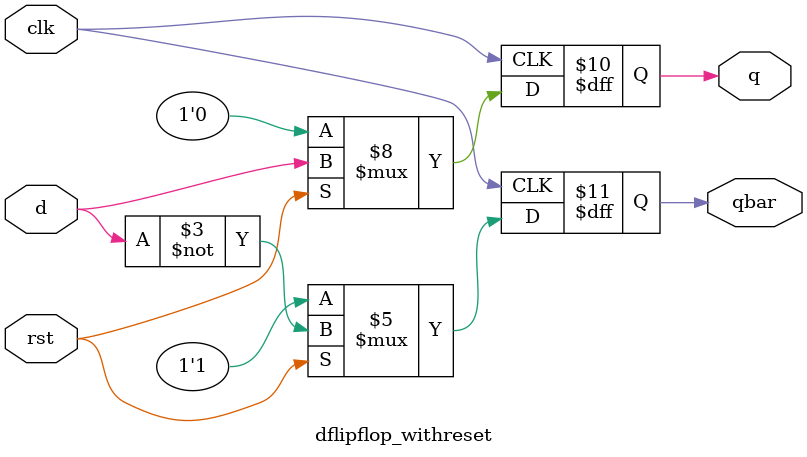
<source format=v>
module dflipflop_withreset(q, qbar, d, rst, clk);
output q, qbar;
input d, rst, clk;
reg q, qbar;
always@(posedge clk)
    begin 
        if (~rst)
            begin
            q = 1'b0;
            qbar = 1'b1;
            end
        else
            begin
            q = d;
            qbar = ~d;
            end
    end
endmodule

</source>
